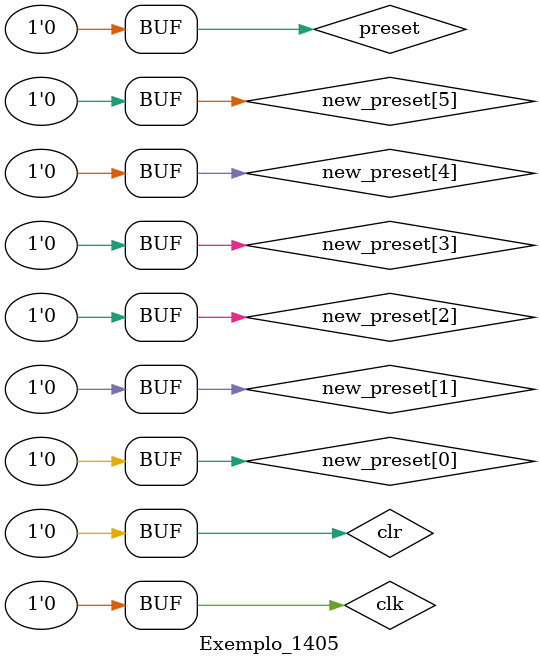
<source format=v>
/*
 Exemplo_1405.v - v0.0. - 05 / 11 / 2022
 Autor    : Gabriel Vargas Bento de Souza
 Matricula: 778023
 */

`include "FlipFlops.v"

/**
  Main
 */
module Exemplo_1405;
   wire q[5:0];           // q
   wire qnot[5:0];        // qnot
   reg  d[5:0];           // d (input)
   reg  clk;              // clock
   reg  preset;           // 1 (input)
   wire new_preset[5:0];  // preset
   reg  clr;              // clear
   
   // instancias
   and AND_1 (new_preset[5], preset, d[5]);
   and AND_2 (new_preset[4], preset, d[4]);
   and AND_3 (new_preset[3], preset, d[3]);
   and AND_4 (new_preset[2], preset, d[2]);
   and AND_5 (new_preset[1], preset, d[1]);
   and AND_6 (new_preset[0], preset, d[0]);

   dff DFF_1 (q[5], qnot[5], 1'b0, clk, new_preset[5], clr);
   dff DFF_2 (q[4], qnot[4], q[5], clk, new_preset[4], clr);
   dff DFF_3 (q[3], qnot[3], q[4], clk, new_preset[3], clr);
   dff DFF_4 (q[2], qnot[2], q[3], clk, new_preset[2], clr);
   dff DFF_5 (q[1], qnot[1], q[2], clk, new_preset[1], clr);
   dff DFF_6 (q[0], qnot[0], q[1], clk, new_preset[0], clr);

   
   // valores iniciais
   initial begin: start
      d[5] = 1'bx; d[4] = 1'bx; d[3] = 1'bx; 
      d[2] = 1'bx; d[1] = 1'bx; d[0] = 1'bx;

      clk     = 1'b0;
      preset  = 1'b0;
      clr     = 1'b0;
   end

   // parte principal
   initial begin: main
       $display("Gabriel Vargas Bento de Souza - 778023");
       $display("Exemplo_1405");
       $display("\nParalel_In / Serial_Out - 6 bits\n");

       // monitoramento
       $display("  data   LD  a b c d e f");
       $monitor(" %b%b%b%b%b%b  %b   %b %b %b %b %b %b", 
                 d[5], d[4], d[3], d[2], d[1], d[0], preset,
                 q[5], q[4], q[3], q[2], q[1], q[0]);

       // sinalizacao
           clk = ~clk; clk = ~clk;
       #1  clk = ~clk; clk = ~clk; d[5] = 1'b1; d[4] = 1'b1; d[3] = 1'b0; 
           preset = 1'b1;          d[2] = 1'b0; d[1] = 1'b0; d[0] = 1'b1;
       
       #1  clk = ~clk; clk = ~clk; d[5] = 1'bx; d[4] = 1'bx; d[3] = 1'bx; 
           preset = 1'b0;          d[2] = 1'bx; d[1] = 1'bx; d[0] = 1'bx;

       #1  clk = ~clk; clk = ~clk; 
       #1  clk = ~clk; clk = ~clk; 
       #1  clk = ~clk; clk = ~clk; 
       #1  clk = ~clk; clk = ~clk; 
       #1  clk = ~clk; clk = ~clk; 
       #1  clk = ~clk; clk = ~clk; 
       #1  clk = ~clk; clk = ~clk; 

       #1  clk = ~clk; clk = ~clk; d[5] = 1'b1; d[4] = 1'b0; d[3] = 1'b1; 
           preset = 1'b1;          d[2] = 1'b1; d[1] = 1'b1; d[0] = 1'b1;
       
       #1  clk = ~clk; clk = ~clk; d[5] = 1'bx; d[4] = 1'bx; d[3] = 1'bx; 
           preset = 1'b0;          d[2] = 1'bx; d[1] = 1'bx; d[0] = 1'bx;

       #1  clk = ~clk; clk = ~clk; 
       #1  clk = ~clk; clk = ~clk; 
       #1  clk = ~clk; clk = ~clk; 
       #1  clk = ~clk; clk = ~clk; 
       #1  clk = ~clk; clk = ~clk; 
       #1  clk = ~clk; clk = ~clk; 
       #1  clk = ~clk; clk = ~clk; 
   end
endmodule // Exemplo_1405

/*
gabriel@desktop-ubuntu:~/Desktop/CC-PUC/2periodo/ARQ1/Tarefas/Guia14$ vvp Exemplo_1405.vvp
Gabriel Vargas Bento de Souza - 778023
Exemplo_1405

Paralel_In / Serial_Out - 6 bits

  data   LD  a b c d e f
 xxxxxx  0   0 0 0 0 0 0
 110001  1   0 0 0 0 0 0
 xxxxxx  0   1 1 0 0 0 1
 xxxxxx  0   0 1 1 0 0 0
 xxxxxx  0   0 0 1 1 0 0
 xxxxxx  0   0 0 0 1 1 0
 xxxxxx  0   0 0 0 0 1 1
 xxxxxx  0   0 0 0 0 0 1
 xxxxxx  0   0 0 0 0 0 0
 101111  1   0 0 0 0 0 0
 xxxxxx  0   1 0 1 1 1 1
 xxxxxx  0   0 1 0 1 1 1
 xxxxxx  0   0 0 1 0 1 1
 xxxxxx  0   0 0 0 1 0 1
 xxxxxx  0   0 0 0 0 1 0
 xxxxxx  0   0 0 0 0 0 1
 xxxxxx  0   0 0 0 0 0 0


*/
</source>
